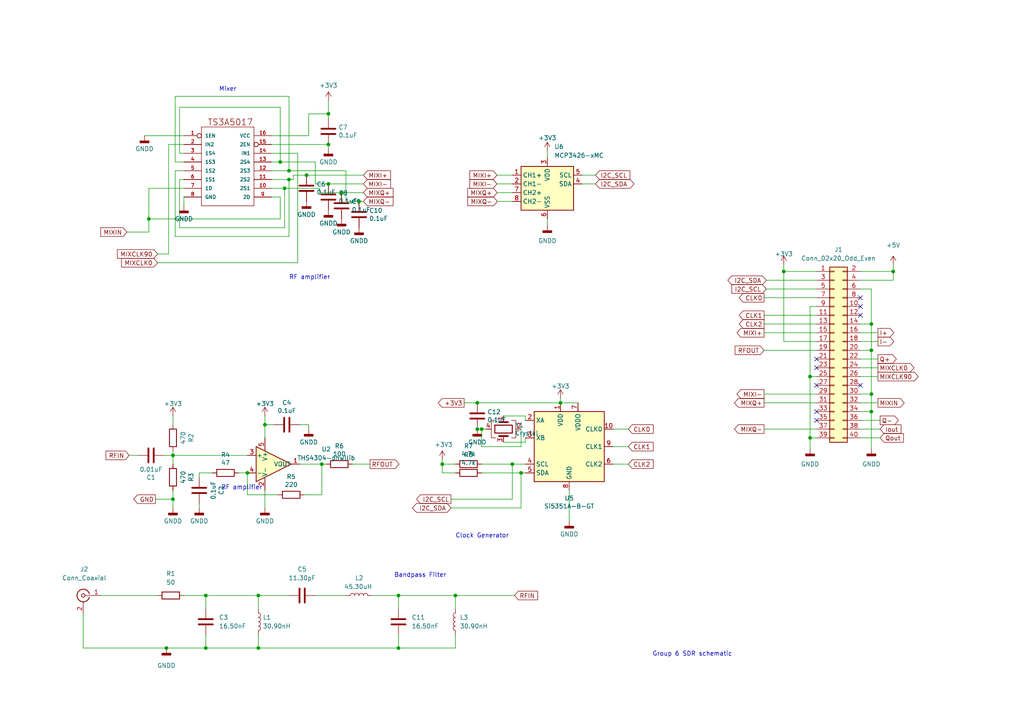
<source format=kicad_sch>
(kicad_sch (version 20211123) (generator eeschema)
  (paper "A4")
  (lib_symbols
    (symbol "Analog_ADC:MCP3426-xMC"
      (property "Reference" "U" (at -3.81 8.89 0))
      (property "Value" "MCP3426-xMC" (at 2.54 8.89 0))
      (symbol "MCP3426-xMC_0_1"
        (rectangle (start -7.62 7.62) (end 7.62 -5.08) (stroke (width 0.254)) (fill (type background)))
      )
      (symbol "MCP3426-xMC_1_1"
        (pin input line (at -10.16 5.08 0) (length 2.54) (name "CH1+") (number "1"))
        (pin input line (at -10.16 2.54 0) (length 2.54) (name "CH1-") (number "2"))
        (pin power_in line (at 0 10.16 270) (length 2.54) (name "VDD") (number "3"))
        (pin bidirectional line (at 10.16 2.54 180) (length 2.54) (name "SDA") (number "4"))
        (pin input line (at 10.16 5.08 180) (length 2.54) (name "SCL") (number "5"))
        (pin power_in line (at 0 -7.62 90) (length 2.54) (name "VSS") (number "6"))
        (pin input line (at -10.16 0 0) (length 2.54) (name "CH2+") (number "7"))
        (pin input line (at -10.16 -2.54 0) (length 2.54) (name "CH2-") (number "8"))
        (pin passive line (at 0 -7.62 90) (length 2.54) hide (name "VSS") (number "9"))
      )
    )
    (symbol "Connector:Conn_Coaxial" (pin_names (offset 1.016) hide)
      (property "Reference" "J" (at 0.254 3.048 0))
      (property "Value" "Conn_Coaxial" (at 2.921 0 90))
      (symbol "Conn_Coaxial_0_1"
        (arc (start -1.778 -0.508) (mid 0.2311 -1.8066) (end 1.778 0) (stroke (width 0.254)))
        (polyline (pts (xy -2.54 0) (xy -0.508 0)))
        (polyline (pts (xy 0 -2.54) (xy 0 -1.778)))
        (circle (center 0 0) (radius 0.508) (stroke (width 0.2032)))
        (arc (start 1.778 0) (mid 0.2099 1.8101) (end -1.778 0.508) (stroke (width 0.254)))
      )
      (symbol "Conn_Coaxial_1_1"
        (pin passive line (at -5.08 0 0) (length 2.54) (name "In") (number "1"))
        (pin passive line (at 0 -5.08 90) (length 2.54) (name "Ext") (number "2"))
      )
    )
    (symbol "Connector_Generic:Conn_02x20_Odd_Even" (pin_names (offset 1.016) hide)
      (property "Reference" "J" (at 1.27 25.4 0))
      (property "Value" "Conn_02x20_Odd_Even" (at 1.27 -27.94 0))
      (symbol "Conn_02x20_Odd_Even_1_1"
        (rectangle (start -1.27 -25.273) (end 0 -25.527) (stroke (width 0.1524)))
        (rectangle (start -1.27 -22.733) (end 0 -22.987) (stroke (width 0.1524)))
        (rectangle (start -1.27 -20.193) (end 0 -20.447) (stroke (width 0.1524)))
        (rectangle (start -1.27 -17.653) (end 0 -17.907) (stroke (width 0.1524)))
        (rectangle (start -1.27 -15.113) (end 0 -15.367) (stroke (width 0.1524)))
        (rectangle (start -1.27 -12.573) (end 0 -12.827) (stroke (width 0.1524)))
        (rectangle (start -1.27 -10.033) (end 0 -10.287) (stroke (width 0.1524)))
        (rectangle (start -1.27 -7.493) (end 0 -7.747) (stroke (width 0.1524)))
        (rectangle (start -1.27 -4.953) (end 0 -5.207) (stroke (width 0.1524)))
        (rectangle (start -1.27 -2.413) (end 0 -2.667) (stroke (width 0.1524)))
        (rectangle (start -1.27 0.127) (end 0 -0.127) (stroke (width 0.1524)))
        (rectangle (start -1.27 2.667) (end 0 2.413) (stroke (width 0.1524)))
        (rectangle (start -1.27 5.207) (end 0 4.953) (stroke (width 0.1524)))
        (rectangle (start -1.27 7.747) (end 0 7.493) (stroke (width 0.1524)))
        (rectangle (start -1.27 10.287) (end 0 10.033) (stroke (width 0.1524)))
        (rectangle (start -1.27 12.827) (end 0 12.573) (stroke (width 0.1524)))
        (rectangle (start -1.27 15.367) (end 0 15.113) (stroke (width 0.1524)))
        (rectangle (start -1.27 17.907) (end 0 17.653) (stroke (width 0.1524)))
        (rectangle (start -1.27 20.447) (end 0 20.193) (stroke (width 0.1524)))
        (rectangle (start -1.27 22.987) (end 0 22.733) (stroke (width 0.1524)))
        (rectangle (start -1.27 24.13) (end 3.81 -26.67) (stroke (width 0.254)) (fill (type background)))
        (rectangle (start 3.81 -25.273) (end 2.54 -25.527) (stroke (width 0.1524)))
        (rectangle (start 3.81 -22.733) (end 2.54 -22.987) (stroke (width 0.1524)))
        (rectangle (start 3.81 -20.193) (end 2.54 -20.447) (stroke (width 0.1524)))
        (rectangle (start 3.81 -17.653) (end 2.54 -17.907) (stroke (width 0.1524)))
        (rectangle (start 3.81 -15.113) (end 2.54 -15.367) (stroke (width 0.1524)))
        (rectangle (start 3.81 -12.573) (end 2.54 -12.827) (stroke (width 0.1524)))
        (rectangle (start 3.81 -10.033) (end 2.54 -10.287) (stroke (width 0.1524)))
        (rectangle (start 3.81 -7.493) (end 2.54 -7.747) (stroke (width 0.1524)))
        (rectangle (start 3.81 -4.953) (end 2.54 -5.207) (stroke (width 0.1524)))
        (rectangle (start 3.81 -2.413) (end 2.54 -2.667) (stroke (width 0.1524)))
        (rectangle (start 3.81 0.127) (end 2.54 -0.127) (stroke (width 0.1524)))
        (rectangle (start 3.81 2.667) (end 2.54 2.413) (stroke (width 0.1524)))
        (rectangle (start 3.81 5.207) (end 2.54 4.953) (stroke (width 0.1524)))
        (rectangle (start 3.81 7.747) (end 2.54 7.493) (stroke (width 0.1524)))
        (rectangle (start 3.81 10.287) (end 2.54 10.033) (stroke (width 0.1524)))
        (rectangle (start 3.81 12.827) (end 2.54 12.573) (stroke (width 0.1524)))
        (rectangle (start 3.81 15.367) (end 2.54 15.113) (stroke (width 0.1524)))
        (rectangle (start 3.81 17.907) (end 2.54 17.653) (stroke (width 0.1524)))
        (rectangle (start 3.81 20.447) (end 2.54 20.193) (stroke (width 0.1524)))
        (rectangle (start 3.81 22.987) (end 2.54 22.733) (stroke (width 0.1524)))
        (pin passive line (at -5.08 22.86 0) (length 3.81) (name "Pin_1") (number "1"))
        (pin passive line (at 7.62 12.7 180) (length 3.81) (name "Pin_10") (number "10"))
        (pin passive line (at -5.08 10.16 0) (length 3.81) (name "Pin_11") (number "11"))
        (pin passive line (at 7.62 10.16 180) (length 3.81) (name "Pin_12") (number "12"))
        (pin passive line (at -5.08 7.62 0) (length 3.81) (name "Pin_13") (number "13"))
        (pin passive line (at 7.62 7.62 180) (length 3.81) (name "Pin_14") (number "14"))
        (pin passive line (at -5.08 5.08 0) (length 3.81) (name "Pin_15") (number "15"))
        (pin passive line (at 7.62 5.08 180) (length 3.81) (name "Pin_16") (number "16"))
        (pin passive line (at -5.08 2.54 0) (length 3.81) (name "Pin_17") (number "17"))
        (pin passive line (at 7.62 2.54 180) (length 3.81) (name "Pin_18") (number "18"))
        (pin passive line (at -5.08 0 0) (length 3.81) (name "Pin_19") (number "19"))
        (pin passive line (at 7.62 22.86 180) (length 3.81) (name "Pin_2") (number "2"))
        (pin passive line (at 7.62 0 180) (length 3.81) (name "Pin_20") (number "20"))
        (pin passive line (at -5.08 -2.54 0) (length 3.81) (name "Pin_21") (number "21"))
        (pin passive line (at 7.62 -2.54 180) (length 3.81) (name "Pin_22") (number "22"))
        (pin passive line (at -5.08 -5.08 0) (length 3.81) (name "Pin_23") (number "23"))
        (pin passive line (at 7.62 -5.08 180) (length 3.81) (name "Pin_24") (number "24"))
        (pin passive line (at -5.08 -7.62 0) (length 3.81) (name "Pin_25") (number "25"))
        (pin passive line (at 7.62 -7.62 180) (length 3.81) (name "Pin_26") (number "26"))
        (pin passive line (at -5.08 -10.16 0) (length 3.81) (name "Pin_27") (number "27"))
        (pin passive line (at 7.62 -10.16 180) (length 3.81) (name "Pin_28") (number "28"))
        (pin passive line (at -5.08 -12.7 0) (length 3.81) (name "Pin_29") (number "29"))
        (pin passive line (at -5.08 20.32 0) (length 3.81) (name "Pin_3") (number "3"))
        (pin passive line (at 7.62 -12.7 180) (length 3.81) (name "Pin_30") (number "30"))
        (pin passive line (at -5.08 -15.24 0) (length 3.81) (name "Pin_31") (number "31"))
        (pin passive line (at 7.62 -15.24 180) (length 3.81) (name "Pin_32") (number "32"))
        (pin passive line (at -5.08 -17.78 0) (length 3.81) (name "Pin_33") (number "33"))
        (pin passive line (at 7.62 -17.78 180) (length 3.81) (name "Pin_34") (number "34"))
        (pin passive line (at -5.08 -20.32 0) (length 3.81) (name "Pin_35") (number "35"))
        (pin passive line (at 7.62 -20.32 180) (length 3.81) (name "Pin_36") (number "36"))
        (pin passive line (at -5.08 -22.86 0) (length 3.81) (name "Pin_37") (number "37"))
        (pin passive line (at 7.62 -22.86 180) (length 3.81) (name "Pin_38") (number "38"))
        (pin passive line (at -5.08 -25.4 0) (length 3.81) (name "Pin_39") (number "39"))
        (pin passive line (at 7.62 20.32 180) (length 3.81) (name "Pin_4") (number "4"))
        (pin passive line (at 7.62 -25.4 180) (length 3.81) (name "Pin_40") (number "40"))
        (pin passive line (at -5.08 17.78 0) (length 3.81) (name "Pin_5") (number "5"))
        (pin passive line (at 7.62 17.78 180) (length 3.81) (name "Pin_6") (number "6"))
        (pin passive line (at -5.08 15.24 0) (length 3.81) (name "Pin_7") (number "7"))
        (pin passive line (at 7.62 15.24 180) (length 3.81) (name "Pin_8") (number "8"))
        (pin passive line (at -5.08 12.7 0) (length 3.81) (name "Pin_9") (number "9"))
      )
    )
    (symbol "Device:C" (pin_numbers hide) (pin_names (offset 0.254))
      (property "Reference" "C" (at 0.635 2.54 0))
      (property "Value" "C" (at 0.635 -2.54 0))
      (symbol "C_0_1"
        (polyline (pts (xy -2.032 -0.762) (xy 2.032 -0.762)) (stroke (width 0.508)))
        (polyline (pts (xy -2.032 0.762) (xy 2.032 0.762)) (stroke (width 0.508)))
      )
      (symbol "C_1_1"
        (pin passive line (at 0 3.81 270) (length 2.794) (name "~") (number "1"))
        (pin passive line (at 0 -3.81 90) (length 2.794) (name "~") (number "2"))
      )
    )
    (symbol "Device:Crystal_GND24" (pin_names (offset 1.016) hide)
      (property "Reference" "Y" (at 3.175 5.08 0))
      (property "Value" "Crystal_GND24" (at 3.175 3.175 0))
      (symbol "Crystal_GND24_0_1"
        (rectangle (start -1.143 2.54) (end 1.143 -2.54) (stroke (width 0.3048)))
        (polyline (pts (xy -2.54 0) (xy -2.032 0)))
        (polyline (pts (xy -2.032 -1.27) (xy -2.032 1.27)) (stroke (width 0.508)))
        (polyline (pts (xy 0 -3.81) (xy 0 -3.556)))
        (polyline (pts (xy 0 3.556) (xy 0 3.81)))
        (polyline (pts (xy 2.032 -1.27) (xy 2.032 1.27)) (stroke (width 0.508)))
        (polyline (pts (xy 2.032 0) (xy 2.54 0)))
        (polyline (pts (xy -2.54 -2.286) (xy -2.54 -3.556) (xy 2.54 -3.556) (xy 2.54 -2.286)))
        (polyline (pts (xy -2.54 2.286) (xy -2.54 3.556) (xy 2.54 3.556) (xy 2.54 2.286)))
      )
      (symbol "Crystal_GND24_1_1"
        (pin passive line (at -3.81 0 0) (length 1.27) (name "1") (number "1"))
        (pin passive line (at 0 5.08 270) (length 1.27) (name "2") (number "2"))
        (pin passive line (at 3.81 0 180) (length 1.27) (name "3") (number "3"))
        (pin passive line (at 0 -5.08 90) (length 1.27) (name "4") (number "4"))
      )
    )
    (symbol "Device:L" (pin_numbers hide) (pin_names (offset 1.016) hide)
      (property "Reference" "L" (at -1.27 0 90))
      (property "Value" "L" (at 1.905 0 90))
      (symbol "L_0_1"
        (arc (start 0 -2.54) (mid 0.635 -1.905) (end 0 -1.27))
        (arc (start 0 -1.27) (mid 0.635 -0.635) (end 0 0))
        (arc (start 0 0) (mid 0.635 0.635) (end 0 1.27))
        (arc (start 0 1.27) (mid 0.635 1.905) (end 0 2.54))
      )
      (symbol "L_1_1"
        (pin passive line (at 0 3.81 270) (length 1.27) (name "1") (number "1"))
        (pin passive line (at 0 -3.81 90) (length 1.27) (name "2") (number "2"))
      )
    )
    (symbol "Device:R" (pin_numbers hide) (pin_names (offset 0))
      (property "Reference" "R" (at 2.032 0 90))
      (property "Value" "R" (at 0 0 90))
      (symbol "R_0_1"
        (rectangle (start -1.016 -2.54) (end 1.016 2.54) (stroke (width 0.254)))
      )
      (symbol "R_1_1"
        (pin passive line (at 0 3.81 270) (length 1.27) (name "~") (number "1"))
        (pin passive line (at 0 -3.81 90) (length 1.27) (name "~") (number "2"))
      )
    )
    (symbol "Oscillator:Si5351A-B-GT"
      (property "Reference" "U" (at -8.89 11.43 0))
      (property "Value" "Si5351A-B-GT" (at -12.7 -12.7 0))
      (symbol "Si5351A-B-GT_0_1"
        (rectangle (start -10.16 10.16) (end 10.16 -10.16) (stroke (width 0.254)) (fill (type background)))
      )
      (symbol "Si5351A-B-GT_1_1"
        (pin power_in line (at -2.54 12.7 270) (length 2.54) (name "VDD") (number "1"))
        (pin output line (at 12.7 5.08 180) (length 2.54) (name "CLK0") (number "10"))
        (pin input line (at -12.7 7.62 0) (length 2.54) (name "XA") (number "2"))
        (pin input line (at -12.7 2.54 0) (length 2.54) (name "XB") (number "3"))
        (pin input line (at -12.7 -5.08 0) (length 2.54) (name "SCL") (number "4"))
        (pin bidirectional line (at -12.7 -7.62 0) (length 2.54) (name "SDA") (number "5"))
        (pin output line (at 12.7 -5.08 180) (length 2.54) (name "CLK2") (number "6"))
        (pin power_in line (at 2.54 12.7 270) (length 2.54) (name "VDDO") (number "7"))
        (pin power_in line (at 0 -12.7 90) (length 2.54) (name "GND") (number "8"))
        (pin output line (at 12.7 0 180) (length 2.54) (name "CLK1") (number "9"))
      )
    )
    (symbol "bbb-rescue:THS4304-phwllib" (pin_names (offset 0.127))
      (property "Reference" "U" (at 0 6.35 0))
      (property "Value" "THS4304-phwllib" (at 0 3.81 0))
      (symbol "THS4304-phwllib_0_1"
        (polyline (pts (xy -5.08 5.08) (xy 5.08 0) (xy -5.08 -5.08) (xy -5.08 5.08)) (stroke (width 0.254)) (fill (type background)))
      )
      (symbol "THS4304-phwllib_1_1"
        (pin output line (at 7.62 0 180) (length 2.54) (name "VOUT") (number "1"))
        (pin power_in line (at -2.54 -7.62 90) (length 3.81) (name "V-") (number "2"))
        (pin input line (at -7.62 2.54 0) (length 2.54) (name "+") (number "3"))
        (pin input line (at -7.62 -2.54 0) (length 2.54) (name "-") (number "4"))
        (pin power_in line (at -2.54 7.62 270) (length 3.81) (name "V+") (number "5"))
      )
    )
    (symbol "bbb-rescue:TS3A5017-phwllib" (pin_names (offset 1.016))
      (symbol "TS3A5017-phwllib_1_0"
        (polyline (pts (xy -7.62 -12.7) (xy 7.62 -12.7)))
        (polyline (pts (xy -7.62 10.16) (xy -7.62 -12.7)))
        (polyline (pts (xy 7.62 -12.7) (xy 7.62 10.16)))
        (polyline (pts (xy 7.62 10.16) (xy -7.62 10.16)))
        (text "TS3A5017" (at 0.762 11.557 0) (effects (font (size 1.778 1.778))))
      )
      (symbol "TS3A5017-phwllib_1_1"
        (pin input inverted (at -12.7 7.62 0) (length 5.08) (name "1EN") (number "1"))
        (pin bidirectional line (at 12.7 -7.62 180) (length 5.08) (name "2S1") (number "10"))
        (pin bidirectional line (at 12.7 -5.08 180) (length 5.08) (name "2S2") (number "11"))
        (pin bidirectional line (at 12.7 -2.54 180) (length 5.08) (name "2S3") (number "12"))
        (pin bidirectional line (at 12.7 0 180) (length 5.08) (name "2S4") (number "13"))
        (pin input line (at 12.7 2.54 180) (length 5.08) (name "IN1") (number "14"))
        (pin input inverted (at 12.7 5.08 180) (length 5.08) (name "2EN") (number "15"))
        (pin power_in line (at 12.7 7.62 180) (length 5.08) (name "VCC") (number "16"))
        (pin input line (at -12.7 5.08 0) (length 5.08) (name "IN2") (number "2"))
        (pin bidirectional line (at -12.7 2.54 0) (length 5.08) (name "1S4") (number "3"))
        (pin bidirectional line (at -12.7 0 0) (length 5.08) (name "1S3") (number "4"))
        (pin bidirectional line (at -12.7 -2.54 0) (length 5.08) (name "1S2") (number "5"))
        (pin bidirectional line (at -12.7 -5.08 0) (length 5.08) (name "1S1") (number "6"))
        (pin bidirectional line (at -12.7 -7.62 0) (length 5.08) (name "1D") (number "7"))
        (pin power_in line (at -12.7 -10.16 0) (length 5.08) (name "GND") (number "8"))
        (pin bidirectional line (at 12.7 -10.16 180) (length 5.08) (name "2D") (number "9"))
      )
    )
    (symbol "power:+3.3V" (power) (pin_names (offset 0))
      (property "Value" "+3.3V" (at 0 3.556 0))
      (symbol "+3.3V_0_1"
        (polyline (pts (xy -0.762 1.27) (xy 0 2.54)))
        (polyline (pts (xy 0 0) (xy 0 2.54)))
        (polyline (pts (xy 0 2.54) (xy 0.762 1.27)))
      )
      (symbol "+3.3V_1_1"
        (pin power_in line (at 0 0 90) (length 0) hide (name "+3V3") (number "1"))
      )
    )
    (symbol "power:+3V3" (power) (pin_names (offset 0))
      (property "Value" "+3V3" (at 0 3.556 0))
      (symbol "+3V3_0_1"
        (polyline (pts (xy -0.762 1.27) (xy 0 2.54)))
        (polyline (pts (xy 0 0) (xy 0 2.54)))
        (polyline (pts (xy 0 2.54) (xy 0.762 1.27)))
      )
      (symbol "+3V3_1_1"
        (pin power_in line (at 0 0 90) (length 0) hide (name "+3V3") (number "1"))
      )
    )
    (symbol "power:+5V" (power) (pin_names (offset 0))
      (property "Value" "+5V" (at 0 3.556 0))
      (symbol "+5V_0_1"
        (polyline (pts (xy -0.762 1.27) (xy 0 2.54)))
        (polyline (pts (xy 0 0) (xy 0 2.54)))
        (polyline (pts (xy 0 2.54) (xy 0.762 1.27)))
      )
      (symbol "+5V_1_1"
        (pin power_in line (at 0 0 90) (length 0) hide (name "+5V") (number "1"))
      )
    )
    (symbol "power:GNDD" (power) (pin_names (offset 0))
      (property "Value" "GNDD" (at 0 -3.175 0))
      (symbol "GNDD_0_1"
        (rectangle (start -1.27 -1.524) (end 1.27 -2.032) (stroke (width 0.254)) (fill (type outline)))
        (polyline (pts (xy 0 0) (xy 0 -1.524)))
      )
      (symbol "GNDD_1_1"
        (pin power_in line (at 0 0 270) (length 0) hide (name "GNDD") (number "1"))
      )
    )
  )
  (junction (at 259.08 78.74))
  (junction (at 48.26 187.96))
  (junction (at 148.59 134.62))
  (junction (at 104.14 58.42))
  (junction (at 82.55 54.61))
  (junction (at 234.95 127))
  (junction (at 95.25 53.34))
  (junction (at 88.9 50.8))
  (junction (at 59.69 187.96))
  (junction (at 81.28 46.99))
  (junction (at 138.43 124.46))
  (junction (at 162.56 116.84))
  (junction (at 115.57 187.96))
  (junction (at 128.27 134.62))
  (junction (at 50.165 144.78))
  (junction (at 74.93 187.96))
  (junction (at 252.73 114.3))
  (junction (at 93.345 134.62))
  (junction (at 151.13 137.16))
  (junction (at 252.73 101.6))
  (junction (at 252.73 93.98))
  (junction (at 95.25 33.02))
  (junction (at 76.835 123.19))
  (junction (at 132.08 172.72))
  (junction (at 74.93 172.72))
  (junction (at 71.755 137.16))
  (junction (at 83.82 52.07))
  (junction (at 252.73 119.38))
  (junction (at 115.57 172.72))
  (junction (at 99.06 55.88))
  (junction (at 234.95 109.22))
  (junction (at 139.7 124.46))
  (junction (at 138.43 116.84))
  (junction (at 227.33 78.74))
  (junction (at 50.165 132.08))
  (junction (at 95.25 41.91))
  (junction (at 83.82 49.53))
  (junction (at 43.18 63.5))
  (junction (at 59.69 172.72))
  (no_connect (at 236.855 106.68))
  (no_connect (at 236.855 104.14))
  (no_connect (at 236.855 119.38))
  (no_connect (at 236.855 111.76))
  (no_connect (at 236.855 121.92))
  (no_connect (at 249.555 86.36))
  (no_connect (at 249.555 91.44))
  (no_connect (at 249.555 88.9))
  (no_connect (at 249.555 111.76))
  (wire (pts (xy 93.345 134.62) (xy 94.615 134.62)))
  (wire (pts (xy 115.57 187.96) (xy 132.08 187.96)))
  (wire (pts (xy 102.235 134.62) (xy 107.315 134.62)))
  (wire (pts (xy 36.83 67.31) (xy 43.18 67.31)))
  (wire (pts (xy 93.345 143.51) (xy 93.345 134.62)))
  (wire (pts (xy 172.72 50.8) (xy 168.91 50.8)))
  (wire (pts (xy 146.05 120.65) (xy 152.4 120.65)))
  (wire (pts (xy 24.13 187.96) (xy 48.26 187.96)))
  (wire (pts (xy 81.28 31.115) (xy 81.28 46.99)))
  (wire (pts (xy 45.72 76.2) (xy 86.36 76.2)))
  (wire (pts (xy 86.36 44.45) (xy 86.36 76.2)))
  (wire (pts (xy 249.555 127) (xy 255.27 127)))
  (wire (pts (xy 59.69 172.72) (xy 59.69 176.53)))
  (wire (pts (xy 151.13 137.16) (xy 152.4 137.16)))
  (wire (pts (xy 132.08 134.62) (xy 128.27 134.62)))
  (wire (pts (xy 53.34 57.15) (xy 53.34 59.69)))
  (wire (pts (xy 105.41 58.42) (xy 104.14 58.42)))
  (wire (pts (xy 50.165 142.24) (xy 50.165 144.78)))
  (wire (pts (xy 95.25 33.02) (xy 95.25 34.29)))
  (wire (pts (xy 249.555 93.98) (xy 252.73 93.98)))
  (wire (pts (xy 86.995 123.19) (xy 89.535 123.19)))
  (wire (pts (xy 50.8 27.94) (xy 83.82 27.94)))
  (wire (pts (xy 115.57 172.72) (xy 132.08 172.72)))
  (wire (pts (xy 57.785 147.32) (xy 57.785 146.05)))
  (wire (pts (xy 48.895 41.91) (xy 48.895 73.66)))
  (wire (pts (xy 89.535 123.19) (xy 89.535 124.46)))
  (wire (pts (xy 47.625 132.08) (xy 50.165 132.08)))
  (wire (pts (xy 259.08 76.835) (xy 259.08 78.74)))
  (wire (pts (xy 76.835 123.19) (xy 79.375 123.19)))
  (wire (pts (xy 249.555 124.46) (xy 255.27 124.46)))
  (wire (pts (xy 50.8 49.53) (xy 50.8 68.58)))
  (wire (pts (xy 249.555 119.38) (xy 252.73 119.38)))
  (wire (pts (xy 249.555 109.22) (xy 254.635 109.22)))
  (wire (pts (xy 78.74 44.45) (xy 86.36 44.45)))
  (wire (pts (xy 78.74 52.07) (xy 83.82 52.07)))
  (wire (pts (xy 82.55 66.04) (xy 82.55 54.61)))
  (wire (pts (xy 81.28 63.5) (xy 81.28 57.15)))
  (wire (pts (xy 249.555 81.28) (xy 259.08 81.28)))
  (wire (pts (xy 52.07 31.115) (xy 81.28 31.115)))
  (wire (pts (xy 81.28 46.99) (xy 91.44 46.99)))
  (wire (pts (xy 221.615 124.46) (xy 236.855 124.46)))
  (wire (pts (xy 52.07 66.04) (xy 82.55 66.04)))
  (wire (pts (xy 151.13 124.46) (xy 151.13 129.54)))
  (wire (pts (xy 227.33 76.835) (xy 227.33 78.74)))
  (wire (pts (xy 80.645 143.51) (xy 71.755 143.51)))
  (wire (pts (xy 86.995 134.62) (xy 93.345 134.62)))
  (wire (pts (xy 249.555 78.74) (xy 259.08 78.74)))
  (wire (pts (xy 76.835 123.19) (xy 76.835 127)))
  (wire (pts (xy 59.69 184.15) (xy 59.69 187.96)))
  (wire (pts (xy 221.615 116.84) (xy 236.855 116.84)))
  (wire (pts (xy 52.07 44.45) (xy 52.07 31.115)))
  (wire (pts (xy 227.33 99.06) (xy 227.33 78.74)))
  (wire (pts (xy 252.73 83.82) (xy 252.73 93.98)))
  (wire (pts (xy 53.34 46.99) (xy 50.8 46.99)))
  (wire (pts (xy 50.165 132.08) (xy 71.755 132.08)))
  (wire (pts (xy 74.93 184.15) (xy 74.93 187.96)))
  (wire (pts (xy 222.25 81.28) (xy 236.855 81.28)))
  (wire (pts (xy 95.25 53.34) (xy 105.41 53.34)))
  (wire (pts (xy 132.08 172.72) (xy 149.225 172.72)))
  (wire (pts (xy 50.165 132.08) (xy 50.165 130.81)))
  (wire (pts (xy 221.615 114.3) (xy 236.855 114.3)))
  (wire (pts (xy 128.27 133.35) (xy 128.27 134.62)))
  (wire (pts (xy 148.59 134.62) (xy 152.4 134.62)))
  (wire (pts (xy 74.93 172.72) (xy 74.93 176.53)))
  (wire (pts (xy 144.2152 55.88) (xy 148.59 55.88)))
  (wire (pts (xy 89.535 39.37) (xy 89.535 33.02)))
  (wire (pts (xy 29.21 172.72) (xy 45.72 172.72)))
  (wire (pts (xy 139.7 137.16) (xy 151.13 137.16)))
  (wire (pts (xy 43.18 67.31) (xy 43.18 63.5)))
  (wire (pts (xy 88.265 143.51) (xy 93.345 143.51)))
  (wire (pts (xy 71.755 143.51) (xy 71.755 137.16)))
  (wire (pts (xy 107.95 172.72) (xy 115.57 172.72)))
  (wire (pts (xy 78.74 39.37) (xy 89.535 39.37)))
  (wire (pts (xy 249.555 114.3) (xy 252.73 114.3)))
  (wire (pts (xy 172.72 53.34) (xy 168.91 53.34)))
  (wire (pts (xy 92.71 55.88) (xy 99.06 55.88)))
  (wire (pts (xy 50.8 46.99) (xy 50.8 27.94)))
  (wire (pts (xy 43.18 63.5) (xy 81.28 63.5)))
  (wire (pts (xy 45.085 144.78) (xy 50.165 144.78)))
  (wire (pts (xy 76.835 142.24) (xy 76.835 147.32)))
  (wire (pts (xy 83.82 27.94) (xy 83.82 49.53)))
  (wire (pts (xy 138.43 116.84) (xy 134.62 116.84)))
  (wire (pts (xy 234.95 88.9) (xy 234.95 109.22)))
  (wire (pts (xy 236.855 99.06) (xy 227.33 99.06)))
  (wire (pts (xy 53.34 44.45) (xy 52.07 44.45)))
  (wire (pts (xy 221.615 101.6) (xy 236.855 101.6)))
  (wire (pts (xy 92.71 54.61) (xy 92.71 55.88)))
  (wire (pts (xy 88.9 50.8) (xy 105.41 50.8)))
  (wire (pts (xy 78.74 41.91) (xy 95.25 41.91)))
  (wire (pts (xy 249.555 96.52) (xy 254.635 96.52)))
  (wire (pts (xy 144.145 53.34) (xy 148.59 53.34)))
  (wire (pts (xy 50.165 134.62) (xy 50.165 132.08)))
  (wire (pts (xy 24.13 177.8) (xy 24.13 187.96)))
  (wire (pts (xy 78.74 46.99) (xy 81.28 46.99)))
  (wire (pts (xy 91.44 172.72) (xy 100.33 172.72)))
  (wire (pts (xy 57.785 137.16) (xy 57.785 138.43)))
  (wire (pts (xy 249.555 101.6) (xy 252.73 101.6)))
  (wire (pts (xy 59.69 172.72) (xy 74.93 172.72)))
  (wire (pts (xy 222.25 83.82) (xy 236.855 83.82)))
  (wire (pts (xy 221.615 86.36) (xy 236.855 86.36)))
  (wire (pts (xy 139.7 134.62) (xy 148.59 134.62)))
  (wire (pts (xy 252.73 93.98) (xy 252.73 101.6)))
  (wire (pts (xy 148.59 134.62) (xy 148.59 144.78)))
  (wire (pts (xy 249.555 106.68) (xy 254.635 106.68)))
  (wire (pts (xy 52.07 52.07) (xy 52.07 66.04)))
  (wire (pts (xy 252.73 119.38) (xy 252.73 130.175)))
  (wire (pts (xy 252.73 114.3) (xy 252.73 119.38)))
  (wire (pts (xy 78.74 49.53) (xy 83.82 49.53)))
  (wire (pts (xy 167.64 116.84) (xy 162.56 116.84)))
  (wire (pts (xy 128.27 134.62) (xy 128.27 137.16)))
  (wire (pts (xy 89.535 33.02) (xy 95.25 33.02)))
  (wire (pts (xy 234.95 109.22) (xy 236.855 109.22)))
  (wire (pts (xy 165.1 142.24) (xy 165.1 151.13)))
  (wire (pts (xy 50.8 68.58) (xy 83.82 68.58)))
  (wire (pts (xy 249.555 104.14) (xy 254.635 104.14)))
  (wire (pts (xy 132.08 184.15) (xy 132.08 187.96)))
  (wire (pts (xy 100.33 58.42) (xy 104.14 58.42)))
  (wire (pts (xy 162.56 115.57) (xy 162.56 116.84)))
  (wire (pts (xy 43.18 54.61) (xy 43.18 63.5)))
  (wire (pts (xy 99.06 55.88) (xy 105.41 55.88)))
  (wire (pts (xy 100.33 49.53) (xy 100.33 58.42)))
  (wire (pts (xy 53.34 172.72) (xy 59.69 172.72)))
  (wire (pts (xy 115.57 184.15) (xy 115.57 187.96)))
  (wire (pts (xy 158.75 43.815) (xy 158.75 45.72)))
  (wire (pts (xy 74.93 187.96) (xy 115.57 187.96)))
  (wire (pts (xy 249.555 121.92) (xy 255.27 121.92)))
  (wire (pts (xy 132.08 137.16) (xy 128.27 137.16)))
  (wire (pts (xy 53.34 41.91) (xy 48.895 41.91)))
  (wire (pts (xy 78.74 57.15) (xy 81.28 57.15)))
  (wire (pts (xy 236.855 88.9) (xy 234.95 88.9)))
  (wire (pts (xy 182.245 124.46) (xy 177.8 124.46)))
  (wire (pts (xy 50.8 49.53) (xy 53.34 49.53)))
  (wire (pts (xy 234.95 127) (xy 236.855 127)))
  (wire (pts (xy 48.26 187.96) (xy 59.69 187.96)))
  (wire (pts (xy 249.555 99.06) (xy 254.635 99.06)))
  (wire (pts (xy 221.615 91.44) (xy 236.855 91.44)))
  (wire (pts (xy 151.13 147.32) (xy 151.13 137.16)))
  (wire (pts (xy 130.81 147.32) (xy 151.13 147.32)))
  (wire (pts (xy 74.93 172.72) (xy 83.82 172.72)))
  (wire (pts (xy 50.165 123.19) (xy 50.165 120.65)))
  (wire (pts (xy 83.82 49.53) (xy 100.33 49.53)))
  (wire (pts (xy 252.73 101.6) (xy 252.73 114.3)))
  (wire (pts (xy 130.81 144.78) (xy 148.59 144.78)))
  (wire (pts (xy 41.91 39.37) (xy 53.34 39.37)))
  (wire (pts (xy 40.005 132.08) (xy 37.465 132.08)))
  (wire (pts (xy 78.74 54.61) (xy 82.55 54.61)))
  (wire (pts (xy 83.82 68.58) (xy 83.82 52.07)))
  (wire (pts (xy 91.44 53.34) (xy 95.25 53.34)))
  (wire (pts (xy 85.09 52.07) (xy 83.82 52.07)))
  (wire (pts (xy 76.835 120.65) (xy 76.835 123.19)))
  (wire (pts (xy 132.08 172.72) (xy 132.08 176.53)))
  (wire (pts (xy 91.44 46.99) (xy 91.44 53.34)))
  (wire (pts (xy 152.4 127) (xy 152.4 128.27)))
  (wire (pts (xy 152.4 128.27) (xy 146.05 128.27)))
  (wire (pts (xy 259.08 81.28) (xy 259.08 78.74)))
  (wire (pts (xy 234.95 109.22) (xy 234.95 127)))
  (wire (pts (xy 152.4 120.65) (xy 152.4 121.92)))
  (wire (pts (xy 144.145 50.8) (xy 148.59 50.8)))
  (wire (pts (xy 61.595 137.16) (xy 57.785 137.16)))
  (wire (pts (xy 151.13 129.54) (xy 139.7 129.54)))
  (wire (pts (xy 53.34 54.61) (xy 43.18 54.61)))
  (wire (pts (xy 182.245 134.62) (xy 177.8 134.62)))
  (wire (pts (xy 59.69 187.96) (xy 74.93 187.96)))
  (wire (pts (xy 227.33 78.74) (xy 236.855 78.74)))
  (wire (pts (xy 221.615 93.98) (xy 236.855 93.98)))
  (wire (pts (xy 249.555 116.84) (xy 254.635 116.84)))
  (wire (pts (xy 45.72 73.66) (xy 48.895 73.66)))
  (wire (pts (xy 95.25 43.18) (xy 95.25 41.91)))
  (wire (pts (xy 139.7 129.54) (xy 139.7 124.46)))
  (wire (pts (xy 85.09 50.8) (xy 88.9 50.8)))
  (wire (pts (xy 234.95 127) (xy 234.95 130.175)))
  (wire (pts (xy 95.25 29.21) (xy 95.25 33.02)))
  (wire (pts (xy 82.55 54.61) (xy 92.71 54.61)))
  (wire (pts (xy 85.09 50.8) (xy 85.09 52.07)))
  (wire (pts (xy 140.97 124.46) (xy 139.7 124.46)))
  (wire (pts (xy 162.56 116.84) (xy 138.43 116.84)))
  (wire (pts (xy 144.2715 58.42) (xy 148.59 58.42)))
  (wire (pts (xy 182.245 129.54) (xy 177.8 129.54)))
  (wire (pts (xy 139.7 124.46) (xy 138.43 124.46)))
  (wire (pts (xy 249.555 83.82) (xy 252.73 83.82)))
  (wire (pts (xy 115.57 176.53) (xy 115.57 172.72)))
  (wire (pts (xy 158.75 65.405) (xy 158.75 63.5)))
  (wire (pts (xy 221.615 96.52) (xy 236.855 96.52)))
  (wire (pts (xy 50.165 144.78) (xy 50.165 147.32)))
  (wire (pts (xy 71.755 137.16) (xy 69.215 137.16)))
  (wire (pts (xy 53.34 52.07) (xy 52.07 52.07)))
  (text "Clock Generator" (at 132.08 156.21 0) (effects (font (size 1.27 1.27)) (justify left bottom)))
  (text "Mixer" (at 63.5 26.67 0) (effects (font (size 1.27 1.27)) (justify left bottom)))
  (text "RF amplifier" (at 64.135 142.24 0) (effects (font (size 1.27 1.27)) (justify left bottom)))
  (text "Bandpass Filter\n" (at 114.3 167.64 0) (effects (font (size 1.27 1.27)) (justify left bottom)))
  (text "RF amplifier" (at 83.82 81.28 0) (effects (font (size 1.27 1.27)) (justify left bottom)))
  (text "Group 6 SDR schematic\n" (at 189.23 190.5 0) (effects (font (size 1.27 1.27)) (justify left bottom)))
  (global_label "CLK0" (shape output) (at 221.615 86.36 180) (property "Intersheet References" "${INTERSHEET_REFS}" (effects hide)))
  (global_label "I2C_SCL" (shape input) (at 172.72 50.8 0) (property "Intersheet References" "${INTERSHEET_REFS}" (effects hide)))
  (global_label "CLK1" (shape output) (at 221.615 91.44 180) (property "Intersheet References" "${INTERSHEET_REFS}" (effects hide)))
  (global_label "I+" (shape output) (at 254.635 96.52 0) (property "Intersheet References" "${INTERSHEET_REFS}" (effects hide)))
  (global_label "MIXQ-" (shape output) (at 221.615 124.46 180) (property "Intersheet References" "${INTERSHEET_REFS}" (effects hide)))
  (global_label "Q-" (shape output) (at 255.27 121.92 0) (property "Intersheet References" "${INTERSHEET_REFS}" (effects hide)))
  (global_label "MIXIN" (shape output) (at 254.635 116.84 0) (property "Intersheet References" "${INTERSHEET_REFS}" (effects hide)))
  (global_label "MIXCLK90" (shape input) (at 45.72 73.66 180) (property "Intersheet References" "${INTERSHEET_REFS}" (effects hide)))
  (global_label "RFOUT" (shape input) (at 221.615 101.6 180) (property "Intersheet References" "${INTERSHEET_REFS}" (effects hide)))
  (global_label "CLK2" (shape input) (at 182.245 134.62 0) (property "Intersheet References" "${INTERSHEET_REFS}" (effects hide)))
  (global_label "I2C_SDA" (shape bidirectional) (at 172.72 53.34 0) (property "Intersheet References" "${INTERSHEET_REFS}" (effects hide)))
  (global_label "I2C_SDA" (shape bidirectional) (at 130.81 147.32 180) (property "Intersheet References" "${INTERSHEET_REFS}" (effects hide)))
  (global_label "MIXCLK0" (shape output) (at 254.635 106.68 0) (property "Intersheet References" "${INTERSHEET_REFS}" (effects hide)))
  (global_label "RFOUT" (shape output) (at 107.315 134.62 0) (property "Intersheet References" "${INTERSHEET_REFS}" (effects hide)))
  (global_label "Qout" (shape input) (at 255.27 127 0) (property "Intersheet References" "${INTERSHEET_REFS}" (effects hide)))
  (global_label "MIXIN" (shape input) (at 36.83 67.31 180) (property "Intersheet References" "${INTERSHEET_REFS}" (effects hide)))
  (global_label "+3V3" (shape output) (at 134.62 116.84 180) (property "Intersheet References" "${INTERSHEET_REFS}" (effects hide)))
  (global_label "I-" (shape output) (at 254.635 99.06 0) (property "Intersheet References" "${INTERSHEET_REFS}" (effects hide)))
  (global_label "MIXI+" (shape input) (at 144.145 50.8 180) (property "Intersheet References" "${INTERSHEET_REFS}" (effects hide)))
  (global_label "MIXQ+" (shape input) (at 105.41 55.88 0) (property "Intersheet References" "${INTERSHEET_REFS}" (effects hide)))
  (global_label "RFIN" (shape input) (at 37.465 132.08 180) (property "Intersheet References" "${INTERSHEET_REFS}" (effects hide)))
  (global_label "I2C_SCL" (shape output) (at 130.81 144.78 180) (property "Intersheet References" "${INTERSHEET_REFS}" (effects hide)))
  (global_label "MIXCLK90" (shape output) (at 254.635 109.22 0) (property "Intersheet References" "${INTERSHEET_REFS}" (effects hide)))
  (global_label "MIXQ-" (shape input) (at 144.2715 58.42 180) (property "Intersheet References" "${INTERSHEET_REFS}" (effects hide)))
  (global_label "MIXI-" (shape input) (at 105.41 53.34 0) (property "Intersheet References" "${INTERSHEET_REFS}" (effects hide)))
  (global_label "MIXI-" (shape input) (at 144.145 53.34 180) (property "Intersheet References" "${INTERSHEET_REFS}" (effects hide)))
  (global_label "RFIN" (shape input) (at 149.225 172.72 0) (property "Intersheet References" "${INTERSHEET_REFS}" (effects hide)))
  (global_label "I2C_SCL" (shape input) (at 222.25 83.82 180) (property "Intersheet References" "${INTERSHEET_REFS}" (effects hide)))
  (global_label "I2C_SDA" (shape bidirectional) (at 222.25 81.28 180) (property "Intersheet References" "${INTERSHEET_REFS}" (effects hide)))
  (global_label "GND" (shape output) (at 45.085 144.78 180) (property "Intersheet References" "${INTERSHEET_REFS}" (effects hide)))
  (global_label "Iout" (shape input) (at 255.27 124.46 0) (property "Intersheet References" "${INTERSHEET_REFS}" (effects hide)))
  (global_label "Q+" (shape output) (at 254.635 104.14 0) (property "Intersheet References" "${INTERSHEET_REFS}" (effects hide)))
  (global_label "MIXQ+" (shape input) (at 144.2152 55.88 180) (property "Intersheet References" "${INTERSHEET_REFS}" (effects hide)))
  (global_label "MIXQ+" (shape output) (at 221.615 116.84 180) (property "Intersheet References" "${INTERSHEET_REFS}" (effects hide)))
  (global_label "MIXQ-" (shape input) (at 105.41 58.42 0) (property "Intersheet References" "${INTERSHEET_REFS}" (effects hide)))
  (global_label "CLK1" (shape input) (at 182.245 129.54 0) (property "Intersheet References" "${INTERSHEET_REFS}" (effects hide)))
  (global_label "CLK2" (shape output) (at 221.615 93.98 180) (property "Intersheet References" "${INTERSHEET_REFS}" (effects hide)))
  (global_label "CLK0" (shape input) (at 182.245 124.46 0) (property "Intersheet References" "${INTERSHEET_REFS}" (effects hide)))
  (global_label "MIXI+" (shape input) (at 105.41 50.8 0) (property "Intersheet References" "${INTERSHEET_REFS}" (effects hide)))
  (global_label "MIXCLK0" (shape input) (at 45.72 76.2 180) (property "Intersheet References" "${INTERSHEET_REFS}" (effects hide)))
  (global_label "MIXI-" (shape output) (at 221.615 114.3 180) (property "Intersheet References" "${INTERSHEET_REFS}" (effects hide)))
  (global_label "MIXI+" (shape output) (at 221.615 96.52 180) (property "Intersheet References" "${INTERSHEET_REFS}" (effects hide)))
  (symbol (lib_id "power:+3V3") (at 158.75 43.815 0) (unit 1)
    (property "Reference" "#PWR025" (effects hide))
    (property "Value" "+3V3" (at 158.75 40.005 0))
  )
  (symbol (lib_id "power:GNDD") (at 158.75 65.405 0) (unit 1)
    (property "Reference" "#PWR026" (effects hide))
    (property "Value" "GNDD" (at 158.75 69.85 0))
  )
  (symbol (lib_id "power:GNDD") (at 95.25 43.18 0) (unit 1)
    (property "Reference" "#PWR012" (effects hide))
    (property "Value" "GNDD" (at 95.25 46.99 0))
  )
  (symbol (lib_id "Device:R") (at 50.165 138.43 180) (unit 1)
    (property "Reference" "R3" (at 55.4228 138.43 90))
    (property "Value" "470" (at 53.1114 138.43 90))
    (property "Footprint" "Resistor_SMD:R_1206_3216Metric" (effects hide))
    (property "Type" "TC0525F4700T5E" (effects hide))
  )
  (symbol (lib_id "Device:L") (at 132.08 180.34 180) (unit 1)
    (property "Reference" "L3" (at 133.35 179.0699 0) (effects (justify right)))
    (property "Value" "30.90nH" (at 133.35 181.6099 0) (effects (justify right)))
    (property "Footprint" "Inductor_SMD:L_1206_3216Metric" (effects hide))
  )
  (symbol (lib_id "Connector_Generic:Conn_02x20_Odd_Even") (at 241.935 101.6 0) (unit 1)
    (property "Reference" "J1" (at 243.205 72.39 0))
    (property "Value" "Conn_02x20_Odd_Even" (at 243.205 74.93 0))
    (property "Footprint" "Connector_PinHeader_2.54mm:PinHeader_2x20_P2.54mm_Vertical" (effects hide))
  )
  (symbol (lib_id "power:GNDD") (at 95.25 60.96 0) (unit 1)
    (property "Reference" "#PWR013" (effects hide))
    (property "Value" "GNDD" (at 95.25 64.77 0))
  )
  (symbol (lib_id "power:+3.3V") (at 76.835 120.65 0) (unit 1)
    (property "Reference" "#PWR07" (effects hide))
    (property "Value" "+3V3" (at 76.835 117.094 0))
  )
  (symbol (lib_id "Device:R") (at 98.425 134.62 270) (unit 1)
    (property "Reference" "R6" (at 98.425 129.3622 90))
    (property "Value" "100" (at 98.425 131.6736 90))
    (property "Footprint" "Resistor_SMD:R_1206_3216Metric" (effects hide))
    (property "Type" "TC0525F1000T5E" (effects hide))
  )
  (symbol (lib_id "power:+5V") (at 259.08 76.835 0) (unit 1)
    (property "Reference" "#PWR030" (effects hide))
    (property "Value" "+5V" (at 259.08 71.12 0))
  )
  (symbol (lib_id "Device:R") (at 49.53 172.72 90) (unit 1)
    (property "Reference" "R1" (at 49.53 166.37 90))
    (property "Value" "50" (at 49.53 168.91 90))
    (property "Footprint" "Resistor_SMD:R_1206_3216Metric" (effects hide))
  )
  (symbol (lib_id "power:GNDD") (at 234.95 130.175 0) (unit 1)
    (property "Reference" "#PWR028" (effects hide))
    (property "Value" "GNDD" (at 234.95 134.62 0))
  )
  (symbol (lib_id "power:+3V3") (at 95.25 29.21 0) (unit 1)
    (property "Reference" "#PWR011" (effects hide))
    (property "Value" "+3V3" (at 95.25 24.765 0))
  )
  (symbol (lib_id "Device:C") (at 115.57 180.34 0) (unit 1)
    (property "Reference" "C11" (at 119.38 179.0699 0) (effects (justify left)))
    (property "Value" "16.50nF" (at 119.38 181.6099 0) (effects (justify left)))
    (property "Footprint" "Capacitor_SMD:C_1206_3216Metric" (effects hide))
  )
  (symbol (lib_id "power:GNDD") (at 104.14 66.04 0) (unit 1)
    (property "Reference" "#PWR015" (effects hide))
    (property "Value" "GNDD" (at 104.14 69.85 0))
  )
  (symbol (lib_id "power:GNDD") (at 57.785 147.32 0) (unit 1)
    (property "Reference" "#PWR06" (effects hide))
    (property "Value" "GNDD" (at 57.785 151.13 0))
  )
  (symbol (lib_id "power:+3.3V") (at 128.27 133.35 0) (unit 1)
    (property "Reference" "#PWR016" (effects hide))
    (property "Value" "+3.3V" (at 128.651 128.9558 0))
  )
  (symbol (lib_id "power:GNDD") (at 165.1 151.13 0) (unit 1)
    (property "Reference" "#PWR024" (effects hide))
    (property "Value" "GNDD" (at 165.1 154.94 0))
  )
  (symbol (lib_id "Device:L") (at 74.93 180.34 0) (unit 1)
    (property "Reference" "L1" (at 76.2 179.0699 0) (effects (justify left)))
    (property "Value" "30.90nH" (at 76.2 181.6099 0) (effects (justify left)))
    (property "Footprint" "Inductor_SMD:L_1206_3216Metric" (effects hide))
  )
  (symbol (lib_id "Device:R") (at 135.89 137.16 270) (unit 1)
    (property "Reference" "R8" (at 135.89 131.9022 90))
    (property "Value" "4.7k" (at 135.89 134.2136 90))
    (property "Footprint" "Resistor_SMD:R_0805_2012Metric" (effects hide))
    (property "Type" "TC0525D4701T5E" (effects hide))
  )
  (symbol (lib_id "Analog_ADC:MCP3426-xMC") (at 158.75 55.88 0) (unit 1)
    (property "Reference" "U6" (at 160.7694 42.545 0) (effects (justify left)))
    (property "Value" "MCP3426-xMC" (at 160.7694 45.085 0) (effects (justify left)))
    (property "Footprint" "Package_DFN_QFN:DFN-8-1EP_3x2mm_P0.5mm_EP1.75x1.45mm" (effects hide))
    (property "Datasheet" "http://ww1.microchip.com/downloads/en/DeviceDoc/22226a.pdf" (effects hide))
  )
  (symbol (lib_id "power:GNDD") (at 48.26 187.96 0) (unit 1)
    (property "Reference" "#PWR02" (effects hide))
    (property "Value" "GNDD" (at 48.26 193.04 0))
  )
  (symbol (lib_id "Device:R") (at 50.165 127 180) (unit 1)
    (property "Reference" "R2" (at 55.4228 127 90))
    (property "Value" "470" (at 53.1114 127 90))
    (property "Footprint" "Resistor_SMD:R_1206_3216Metric" (effects hide))
    (property "Type" "TC0525F4700T5E" (effects hide))
  )
  (symbol (lib_id "Device:C") (at 95.25 57.15 0) (unit 1)
    (property "Reference" "C8" (at 98.171 55.9816 0) (effects (justify left)))
    (property "Value" "0.1uF" (at 98.171 58.293 0) (effects (justify left)))
    (property "Footprint" "Capacitor_SMD:C_1206_3216Metric" (effects hide))
    (property "Type" "CC0805KRX7R9BB104" (effects hide))
  )
  (symbol (lib_id "Device:R") (at 65.405 137.16 270) (unit 1)
    (property "Reference" "R4" (at 65.405 131.9022 90))
    (property "Value" "47" (at 65.405 134.2136 90))
    (property "Footprint" "Resistor_SMD:R_0805_2012Metric" (effects hide))
    (property "Type" "TC0525F470JT5E" (effects hide))
  )
  (symbol (lib_id "Device:C") (at 99.06 59.69 0) (unit 1)
    (property "Reference" "C9" (at 101.981 58.5216 0) (effects (justify left)))
    (property "Value" "0.1uF" (at 101.981 60.833 0) (effects (justify left)))
    (property "Footprint" "Capacitor_SMD:C_1206_3216Metric" (effects hide))
    (property "Type" "CC0805KRX7R9BB104" (effects hide))
  )
  (symbol (lib_id "Device:C") (at 43.815 132.08 90) (unit 1)
    (property "Reference" "C1" (at 43.815 138.4808 90))
    (property "Value" "0.01uF" (at 43.815 136.1694 90))
    (property "Footprint" "Capacitor_SMD:C_1206_3216Metric" (effects hide))
    (property "Type" "CL21B103KBANNNC" (effects hide))
  )
  (symbol (lib_id "Device:C") (at 57.785 142.24 180) (unit 1)
    (property "Reference" "C2" (at 64.1858 142.24 90))
    (property "Value" "0.1uF" (at 61.8744 142.24 90))
    (property "Footprint" "Capacitor_SMD:C_1206_3216Metric" (effects hide))
    (property "Type" "CC0805KRX7R9BB104" (effects hide))
  )
  (symbol (lib_id "power:+3V3") (at 227.33 76.835 0) (unit 1)
    (property "Reference" "#PWR027" (effects hide))
    (property "Value" "+3V3" (at 227.33 73.66 0))
  )
  (symbol (lib_id "power:GNDD") (at 76.835 147.32 0) (unit 1)
    (property "Reference" "#PWR08" (effects hide))
    (property "Value" "GNDD" (at 76.835 151.13 0))
  )
  (symbol (lib_id "power:GNDD") (at 41.91 39.37 0) (unit 1)
    (property "Reference" "#PWR01" (effects hide))
    (property "Value" "GNDD" (at 41.91 43.18 0))
  )
  (symbol (lib_id "power:GNDD") (at 138.43 124.46 0) (unit 1)
    (property "Reference" "#PWR017" (effects hide))
    (property "Value" "GNDD" (at 138.43 128.27 0))
  )
  (symbol (lib_id "power:GNDD") (at 88.9 58.42 0) (unit 1)
    (property "Reference" "#PWR09" (effects hide))
    (property "Value" "GNDD" (at 88.9 62.23 0))
  )
  (symbol (lib_id "power:+3.3V") (at 162.56 115.57 0) (unit 1)
    (property "Reference" "#PWR023" (effects hide))
    (property "Value" "+3V3" (at 162.56 112.014 0))
  )
  (symbol (lib_id "Device:R") (at 84.455 143.51 270) (unit 1)
    (property "Reference" "R5" (at 84.455 138.2522 90))
    (property "Value" "220" (at 84.455 140.5636 90))
    (property "Footprint" "Resistor_SMD:R_1206_3216Metric" (effects hide))
    (property "Type" "TC0525F220JT5E" (effects hide))
  )
  (symbol (lib_id "Device:C") (at 87.63 172.72 90) (unit 1)
    (property "Reference" "C5" (at 87.63 165.1 90))
    (property "Value" "11.30pF" (at 87.63 167.64 90))
    (property "Footprint" "Capacitor_SMD:C_1206_3216Metric" (effects hide))
  )
  (symbol (lib_id "Device:Crystal_GND24") (at 146.05 124.46 270) (unit 1)
    (property "Reference" "Y1" (at 149.3774 123.2916 90) (effects (justify left)))
    (property "Value" "Crystal" (at 149.3774 125.603 90) (effects (justify left)))
    (property "Footprint" "Crystal:Crystal_SMD_TXC_7M-4Pin_3.2x2.5mm" (effects hide))
    (property "Type" "7M-27.000MEEQ-T" (effects hide))
  )
  (symbol (lib_id "Connector:Conn_Coaxial") (at 24.13 172.72 0) (mirror y) (unit 1)
    (property "Reference" "J2" (at 24.4474 165.1 0))
    (property "Value" "Conn_Coaxial" (at 24.4474 167.64 0))
    (property "Datasheet" " ~" (effects hide))
  )
  (symbol (lib_id "Device:C") (at 95.25 38.1 0) (unit 1)
    (property "Reference" "C7" (at 98.171 36.9316 0) (effects (justify left)))
    (property "Value" "0.1uF" (at 98.171 39.243 0) (effects (justify left)))
    (property "Footprint" "Capacitor_SMD:C_1206_3216Metric" (effects hide))
    (property "Type" "CC0805KRX7R9BB104" (effects hide))
  )
  (symbol (lib_id "bbb-rescue:THS4304-phwllib") (at 79.375 134.62 0) (unit 1)
    (property "Reference" "U2" (at 94.615 130.2893 0))
    (property "Value" "THS4304-phwllib" (at 94.615 132.8293 0))
    (property "Footprint" "Package_SO:SOIC-8_3.9x4.9mm_P1.27mm" (effects hide))
  )
  (symbol (lib_id "Device:C") (at 83.185 123.19 270) (unit 1)
    (property "Reference" "C4" (at 83.185 116.7892 90))
    (property "Value" "0.1uF" (at 83.185 119.1006 90))
    (property "Footprint" "Capacitor_SMD:C_1206_3216Metric" (effects hide))
    (property "Type" "CC0805KRX7R9BB104" (effects hide))
  )
  (symbol (lib_id "power:GNDD") (at 99.06 63.5 0) (unit 1)
    (property "Reference" "#PWR014" (effects hide))
    (property "Value" "GNDD" (at 99.06 67.31 0))
  )
  (symbol (lib_id "Device:C") (at 88.9 54.61 0) (unit 1)
    (property "Reference" "C6" (at 91.821 53.4416 0) (effects (justify left)))
    (property "Value" "0.1uF" (at 91.821 55.753 0) (effects (justify left)))
    (property "Footprint" "Capacitor_SMD:C_1206_3216Metric" (effects hide))
    (property "Type" "CC0805KRX7R9BB104" (effects hide))
  )
  (symbol (lib_id "Device:C") (at 138.43 120.65 0) (unit 1)
    (property "Reference" "C12" (at 141.351 119.4816 0) (effects (justify left)))
    (property "Value" "0.1uF" (at 141.351 121.793 0) (effects (justify left)))
    (property "Footprint" "Capacitor_SMD:C_1206_3216Metric" (effects hide))
    (property "Type" "CC0805KRX7R9BB104" (effects hide))
  )
  (symbol (lib_id "power:GNDD") (at 252.73 130.175 0) (unit 1)
    (property "Reference" "#PWR029" (effects hide))
    (property "Value" "GNDD" (at 252.73 134.62 0))
  )
  (symbol (lib_id "bbb-rescue:TS3A5017-phwllib") (at 66.04 46.99 0) (unit 1)
    (property "Reference" "U1" (effects hide))
    (property "Value" "TS3A5017-phwllib" (effects hide))
    (property "Footprint" "Package_SO:SOIC-16_3.9x9.9mm_P1.27mm" (effects hide))
  )
  (symbol (lib_id "Device:C") (at 104.14 62.23 0) (unit 1)
    (property "Reference" "C10" (at 107.061 61.0616 0) (effects (justify left)))
    (property "Value" "0.1uF" (at 107.061 63.373 0) (effects (justify left)))
    (property "Footprint" "Capacitor_SMD:C_1206_3216Metric" (effects hide))
    (property "Type" "CC0805KRX7R9BB104" (effects hide))
  )
  (symbol (lib_id "Device:C") (at 59.69 180.34 0) (unit 1)
    (property "Reference" "C3" (at 63.5 179.0699 0) (effects (justify left)))
    (property "Value" "16.50nF" (at 63.5 181.6099 0) (effects (justify left)))
    (property "Footprint" "Capacitor_SMD:C_1206_3216Metric" (effects hide))
  )
  (symbol (lib_id "power:+3.3V") (at 50.165 120.65 0) (unit 1)
    (property "Reference" "#PWR03" (effects hide))
    (property "Value" "+3V3" (at 50.165 117.094 0))
  )
  (symbol (lib_id "power:GNDD") (at 50.165 147.32 0) (unit 1)
    (property "Reference" "#PWR04" (effects hide))
    (property "Value" "GNDD" (at 50.165 151.13 0))
  )
  (symbol (lib_id "Device:R") (at 135.89 134.62 270) (unit 1)
    (property "Reference" "R7" (at 135.89 129.3622 90))
    (property "Value" "4.7k" (at 135.89 131.6736 90))
    (property "Footprint" "Resistor_SMD:R_0805_2012Metric" (effects hide))
    (property "Type" "TC0525D4701T5E" (effects hide))
  )
  (symbol (lib_id "power:GNDD") (at 89.535 124.46 0) (unit 1)
    (property "Reference" "#PWR010" (effects hide))
    (property "Value" "GNDD" (at 89.535 128.27 0))
  )
  (symbol (lib_id "Device:L") (at 104.14 172.72 90) (unit 1)
    (property "Reference" "L2" (at 105.41 167.64 90) (effects (justify left)))
    (property "Value" "45.30uH" (at 107.95 170.18 90) (effects (justify left)))
    (property "Footprint" "Inductor_SMD:L_1206_3216Metric" (effects hide))
  )
  (symbol (lib_id "power:GNDD") (at 53.34 59.69 0) (unit 1)
    (property "Reference" "#PWR05" (effects hide))
    (property "Value" "GNDD" (at 53.34 63.5 0))
  )
  (symbol (lib_id "Oscillator:Si5351A-B-GT") (at 165.1 129.54 0) (unit 1)
    (property "Reference" "U5" (at 165.1 144.5006 0))
    (property "Value" "Si5351A-B-GT" (at 165.1 146.812 0))
    (property "Footprint" "Package_SO:MSOP-10_3x3mm_P0.5mm" (effects hide))
    (property "Datasheet" "https://www.silabs.com/documents/public/data-sheets/Si5351-B.pdf" (effects hide))
    (property "Type" "Si5351A-B-GT" (effects hide))
  )
)
</source>
